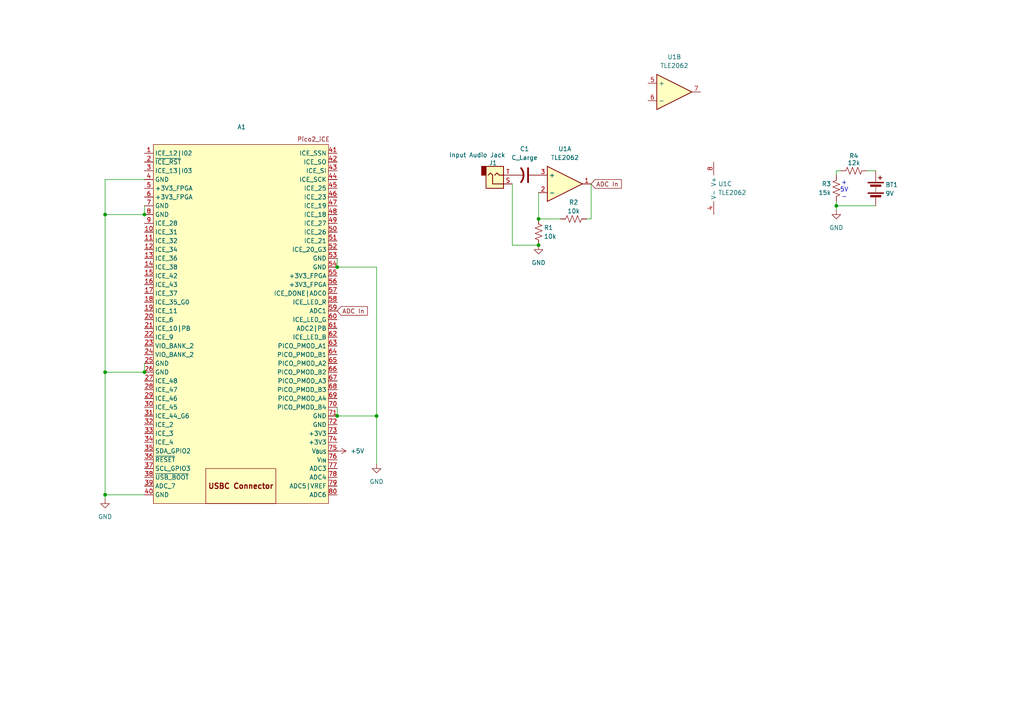
<source format=kicad_sch>
(kicad_sch (version 20250114) (generator "eeschema") (generator_version "9.0")
  (paper "A4")
  (lib_symbols
    (symbol "Connector_Audio:NJ2FD-V"
      (property "Reference" "J" (at 0 8.89 0))
      (property "Value" "NJ2FD-V" (at 0 6.35 0))
      (symbol "NJ2FD-V_0_1"
        (rectangle (start -3.81 0) (end -2.54 -2.54) (stroke (width 0.254)) (fill (type outline)))
        (rectangle (start -2.54 3.81) (end 2.54 -2.54) (stroke (width 0.254)) (fill (type background)))
        (polyline (pts (xy 0 0) (xy 0.635 -0.635) (xy 1.27 0) (xy 2.54 0)) (stroke (width 0.254)))
        (polyline (pts (xy 2.54 2.54) (xy -0.635 2.54) (xy -0.635 0) (xy -1.27 -0.635) (xy -1.905 0)) (stroke (width 0.254)))
      )
      (symbol "NJ2FD-V_1_1"
        (pin passive line (at 5.08 2.54 180) (length 2.54) (name "~") (number "S"))
        (pin passive line (at 5.08 0 180) (length 2.54) (name "~") (number "T"))
      )
    )
    (symbol "Device:Battery" (pin_numbers (hide yes)) (pin_names (offset 0) (hide yes))
      (property "Reference" "BT" (at 2.54 2.54 0))
      (property "Value" "Battery" (at 2.54 0 0))
      (symbol "Battery_0_1"
        (rectangle (start -2.286 1.778) (end 2.286 1.524) (fill (type outline)))
        (rectangle (start -2.286 -1.27) (end 2.286 -1.524) (fill (type outline)))
        (rectangle (start -1.524 1.016) (end 1.524 0.508) (fill (type outline)))
        (rectangle (start -1.524 -2.032) (end 1.524 -2.54) (fill (type outline)))
        (polyline (pts (xy 0 1.778) (xy 0 2.54)))
        (polyline (pts (xy 0 0) (xy 0 0.254)))
        (polyline (pts (xy 0 -0.508) (xy 0 -0.254)))
        (polyline (pts (xy 0 -1.016) (xy 0 -0.762)))
        (polyline (pts (xy 0.762 3.048) (xy 1.778 3.048)) (stroke (width 0.254)))
        (polyline (pts (xy 1.27 3.556) (xy 1.27 2.54)) (stroke (width 0.254)))
      )
      (symbol "Battery_1_1"
        (pin passive line (at 0 5.08 270) (length 2.54) (name "+") (number "1"))
        (pin passive line (at 0 -5.08 90) (length 2.54) (name "-") (number "2"))
      )
    )
    (symbol "Device:C_US" (pin_numbers (hide yes)) (pin_names (offset 0.254) (hide yes))
      (property "Reference" "C" (at 0.635 2.54 0))
      (property "Value" "C_US" (at 0.635 -2.54 0))
      (symbol "C_US_0_1"
        (polyline (pts (xy -2.032 0.762) (xy 2.032 0.762)) (stroke (width 0.508)))
        (arc (start -2.032 -1.27) (mid 0 -0.5572) (end 2.032 -1.27) (stroke (width 0.508)))
      )
      (symbol "C_US_1_1"
        (pin passive line (at 0 3.81 270) (length 2.794) (name "~") (number "1"))
        (pin passive line (at 0 -3.81 90) (length 3.302) (name "~") (number "2"))
      )
    )
    (symbol "Device:Opamp_Dual"
      (property "Reference" "U" (at 0 5.08 0))
      (property "Value" "Opamp_Dual" (at 0 -5.08 0))
      (symbol "Opamp_Dual_1_1"
        (polyline (pts (xy -5.08 5.08) (xy 5.08 0) (xy -5.08 -5.08) (xy -5.08 5.08)) (stroke (width 0.254)) (fill (type background)))
        (pin input line (at -7.62 2.54 0) (length 2.54) (name "+") (number "3"))
        (pin input line (at -7.62 -2.54 0) (length 2.54) (name "-") (number "2"))
        (pin output line (at 7.62 0 180) (length 2.54) (name "~") (number "1"))
      )
      (symbol "Opamp_Dual_2_1"
        (polyline (pts (xy -5.08 5.08) (xy 5.08 0) (xy -5.08 -5.08) (xy -5.08 5.08)) (stroke (width 0.254)) (fill (type background)))
        (pin input line (at -7.62 2.54 0) (length 2.54) (name "+") (number "5"))
        (pin input line (at -7.62 -2.54 0) (length 2.54) (name "-") (number "6"))
        (pin output line (at 7.62 0 180) (length 2.54) (name "~") (number "7"))
      )
      (symbol "Opamp_Dual_3_1"
        (pin power_in line (at -2.54 7.62 270) (length 3.81) (name "V+") (number "8"))
        (pin power_in line (at -2.54 -7.62 90) (length 3.81) (name "V-") (number "4"))
      )
    )
    (symbol "Device:R_US" (pin_numbers (hide yes)) (pin_names (offset 0))
      (property "Reference" "R" (at 2.54 0 90))
      (property "Value" "R_US" (at -2.54 0 90))
      (symbol "R_US_0_1"
        (polyline (pts (xy 0 2.286) (xy 0 2.54)))
        (polyline (pts (xy 0 2.286) (xy 1.016 1.905) (xy 0 1.524) (xy -1.016 1.143) (xy 0 0.762)))
        (polyline (pts (xy 0 0.762) (xy 1.016 0.381) (xy 0 0) (xy -1.016 -0.381) (xy 0 -0.762)))
        (polyline (pts (xy 0 -0.762) (xy 1.016 -1.143) (xy 0 -1.524) (xy -1.016 -1.905) (xy 0 -2.286)))
        (polyline (pts (xy 0 -2.286) (xy 0 -2.54)))
      )
      (symbol "R_US_1_1"
        (pin passive line (at 0 3.81 270) (length 1.27) (name "~") (number "1"))
        (pin passive line (at 0 -3.81 90) (length 1.27) (name "~") (number "2"))
      )
    )
    (symbol "MCU_Module:Pico2_iCE"
      (property "Reference" "A" (at -24.638 51.308 0))
      (symbol "Pico2_iCE_1_1"
        (rectangle (start -25.4 49.53) (end 25.4 -54.61) (fill (type background)))
        (rectangle (start -10.16 -54.61) (end 10.16 -44.45))
        (text "USBC Connector" (at 0 -49.53 0) (effects (font (size 1.524 1.524) (thickness 0.3048) (bold yes))))
        (text "Pico2_iCE" (at 21.082 51.054 0) (effects (font (size 1.27 1.27))))
        (pin bidirectional line (at -27.94 46.99 0) (length 2.54) (name "ICE_12|I02") (number "1"))
        (pin input line (at -27.94 44.45 0) (length 2.54) (name "~{ICE_RST}") (number "2"))
        (pin bidirectional line (at -27.94 41.91 0) (length 2.54) (name "ICE_13|I03") (number "3"))
        (pin bidirectional line (at -27.94 39.37 0) (length 2.54) (name "GND") (number "4"))
        (pin output line (at -27.94 36.83 0) (length 2.54) (name "+3V3_FPGA") (number "5"))
        (pin output line (at -27.94 34.29 0) (length 2.54) (name "+3V3_FPGA") (number "6"))
        (pin bidirectional line (at -27.94 31.75 0) (length 2.54) (name "GND") (number "7"))
        (pin bidirectional line (at -27.94 29.21 0) (length 2.54) (name "GND") (number "8"))
        (pin bidirectional line (at -27.94 26.67 0) (length 2.54) (name "ICE_28") (number "9"))
        (pin bidirectional line (at -27.94 24.13 0) (length 2.54) (name "ICE_31") (number "10"))
        (pin bidirectional line (at -27.94 21.59 0) (length 2.54) (name "ICE_32") (number "11"))
        (pin bidirectional line (at -27.94 19.05 0) (length 2.54) (name "ICE_34") (number "12"))
        (pin bidirectional line (at -27.94 16.51 0) (length 2.54) (name "ICE_36") (number "13"))
        (pin bidirectional line (at -27.94 13.97 0) (length 2.54) (name "ICE_38") (number "14"))
        (pin bidirectional line (at -27.94 11.43 0) (length 2.54) (name "ICE_42") (number "15"))
        (pin bidirectional line (at -27.94 8.89 0) (length 2.54) (name "ICE_43") (number "16"))
        (pin bidirectional line (at -27.94 6.35 0) (length 2.54) (name "ICE_37") (number "17"))
        (pin bidirectional line (at -27.94 3.81 0) (length 2.54) (name "ICE_35_G0") (number "18"))
        (pin bidirectional line (at -27.94 1.27 0) (length 2.54) (name "ICE_11") (number "19"))
        (pin bidirectional line (at -27.94 -1.27 0) (length 2.54) (name "ICE_6") (number "20"))
        (pin bidirectional line (at -27.94 -3.81 0) (length 2.54) (name "ICE_10|PB") (number "21"))
        (pin bidirectional line (at -27.94 -6.35 0) (length 2.54) (name "ICE_9") (number "22"))
        (pin input line (at -27.94 -8.89 0) (length 2.54) (name "VIO_BANK_2") (number "23"))
        (pin input line (at -27.94 -11.43 0) (length 2.54) (name "VIO_BANK_2") (number "24"))
        (pin bidirectional line (at -27.94 -13.97 0) (length 2.54) (name "GND") (number "25"))
        (pin bidirectional line (at -27.94 -16.51 0) (length 2.54) (name "GND") (number "26"))
        (pin bidirectional line (at -27.94 -19.05 0) (length 2.54) (name "ICE_48") (number "27"))
        (pin bidirectional line (at -27.94 -21.59 0) (length 2.54) (name "ICE_47") (number "28"))
        (pin bidirectional line (at -27.94 -24.13 0) (length 2.54) (name "ICE_46") (number "29"))
        (pin bidirectional line (at -27.94 -26.67 0) (length 2.54) (name "ICE_45") (number "30"))
        (pin bidirectional line (at -27.94 -29.21 0) (length 2.54) (name "ICE_44_G6") (number "31"))
        (pin bidirectional line (at -27.94 -31.75 0) (length 2.54) (name "ICE_2") (number "32"))
        (pin bidirectional line (at -27.94 -34.29 0) (length 2.54) (name "ICE_3") (number "33"))
        (pin bidirectional line (at -27.94 -36.83 0) (length 2.54) (name "ICE_4") (number "34"))
        (pin bidirectional line (at -27.94 -39.37 0) (length 2.54) (name "SDA_GPIO2") (number "35"))
        (pin input line (at -27.94 -41.91 0) (length 2.54) (name "~{RESET}") (number "36"))
        (pin bidirectional line (at -27.94 -44.45 0) (length 2.54) (name "SCL_GPIO3") (number "37"))
        (pin input line (at -27.94 -46.99 0) (length 2.54) (name "~{USB_BOOT}") (number "38"))
        (pin input line (at -27.94 -49.53 0) (length 2.54) (name "ADC_7") (number "39"))
        (pin bidirectional line (at -27.94 -52.07 0) (length 2.54) (name "GND") (number "40"))
        (pin input line (at 27.94 46.99 180) (length 2.54) (name "ICE_SSN") (number "41"))
        (pin output line (at 27.94 44.45 180) (length 2.54) (name "ICE_SO") (number "42"))
        (pin input line (at 27.94 41.91 180) (length 2.54) (name "ICE_SI") (number "43"))
        (pin bidirectional line (at 27.94 39.37 180) (length 2.54) (name "ICE_SCK") (number "44"))
        (pin bidirectional line (at 27.94 36.83 180) (length 2.54) (name "ICE_25") (number "45"))
        (pin bidirectional line (at 27.94 34.29 180) (length 2.54) (name "ICE_23") (number "46"))
        (pin bidirectional line (at 27.94 31.75 180) (length 2.54) (name "ICE_19") (number "47"))
        (pin bidirectional line (at 27.94 29.21 180) (length 2.54) (name "ICE_18") (number "48"))
        (pin bidirectional line (at 27.94 26.67 180) (length 2.54) (name "ICE_27") (number "49"))
        (pin bidirectional line (at 27.94 24.13 180) (length 2.54) (name "ICE_26") (number "50"))
        (pin bidirectional line (at 27.94 21.59 180) (length 2.54) (name "ICE_21") (number "51"))
        (pin bidirectional line (at 27.94 19.05 180) (length 2.54) (name "ICE_20_G3") (number "52"))
        (pin bidirectional line (at 27.94 16.51 180) (length 2.54) (name "GND") (number "53"))
        (pin bidirectional line (at 27.94 13.97 180) (length 2.54) (name "GND") (number "54"))
        (pin output line (at 27.94 11.43 180) (length 2.54) (name "+3V3_FPGA") (number "55"))
        (pin output line (at 27.94 8.89 180) (length 2.54) (name "+3V3_FPGA") (number "56"))
        (pin bidirectional line (at 27.94 6.35 180) (length 2.54) (name "ICE_DONE|ADC0") (number "57"))
        (pin bidirectional line (at 27.94 3.81 180) (length 2.54) (name "ICE_LED_R") (number "58"))
        (pin input line (at 27.94 1.27 180) (length 2.54) (name "ADC1") (number "59"))
        (pin bidirectional line (at 27.94 -1.27 180) (length 2.54) (name "ICE_LED_G") (number "60"))
        (pin input line (at 27.94 -3.81 180) (length 2.54) (name "ADC2|PB") (number "61"))
        (pin bidirectional line (at 27.94 -6.35 180) (length 2.54) (name "ICE_LED_B") (number "62"))
        (pin bidirectional line (at 27.94 -8.89 180) (length 2.54) (name "PICO_PMOD_A1") (number "63"))
        (pin bidirectional line (at 27.94 -11.43 180) (length 2.54) (name "PICO_PMOD_B1") (number "64"))
        (pin bidirectional line (at 27.94 -13.97 180) (length 2.54) (name "PICO_PMOD_A2") (number "65"))
        (pin bidirectional line (at 27.94 -16.51 180) (length 2.54) (name "PICO_PMOD_B2") (number "66"))
        (pin bidirectional line (at 27.94 -19.05 180) (length 2.54) (name "PICO_PMOD_A3") (number "67"))
        (pin bidirectional line (at 27.94 -21.59 180) (length 2.54) (name "PICO_PMOD_B3") (number "68"))
        (pin bidirectional line (at 27.94 -24.13 180) (length 2.54) (name "PICO_PMOD_A4") (number "69"))
        (pin bidirectional line (at 27.94 -26.67 180) (length 2.54) (name "PICO_PMOD_B4") (number "70"))
        (pin bidirectional line (at 27.94 -29.21 180) (length 2.54) (name "GND") (number "71"))
        (pin bidirectional line (at 27.94 -31.75 180) (length 2.54) (name "GND") (number "72"))
        (pin output line (at 27.94 -34.29 180) (length 2.54) (name "+3V3") (number "73"))
        (pin output line (at 27.94 -36.83 180) (length 2.54) (name "+3V3") (number "74"))
        (pin bidirectional line (at 27.94 -39.37 180) (length 2.54) (name "V_{BUS}") (number "75"))
        (pin bidirectional line (at 27.94 -41.91 180) (length 2.54) (name "V_{IN}") (number "76"))
        (pin input line (at 27.94 -44.45 180) (length 2.54) (name "ADC3") (number "77"))
        (pin input line (at 27.94 -46.99 180) (length 2.54) (name "ADC4") (number "78"))
        (pin input line (at 27.94 -49.53 180) (length 2.54) (name "ADC5|VREF") (number "79"))
        (pin input line (at 27.94 -52.07 180) (length 2.54) (name "ADC6") (number "80"))
      )
    )
    (symbol "power:+5V" (power) (pin_numbers (hide yes)) (pin_names (offset 0) (hide yes))
      (property "Value" "+5V" (at 0 3.556 0))
      (symbol "+5V_0_1"
        (polyline (pts (xy -0.762 1.27) (xy 0 2.54)))
        (polyline (pts (xy 0 2.54) (xy 0.762 1.27)))
        (polyline (pts (xy 0 0) (xy 0 2.54)))
      )
      (symbol "+5V_1_1"
        (pin power_in line (at 0 0 90) (length 0) (name "~") (number "1"))
      )
    )
    (symbol "power:GND" (power) (pin_numbers (hide yes)) (pin_names (offset 0) (hide yes))
      (property "Value" "GND" (at 0 -3.81 0))
      (symbol "GND_0_1"
        (polyline (pts (xy 0 0) (xy 0 -1.27) (xy 1.27 -1.27) (xy 0 -2.54) (xy -1.27 -1.27) (xy 0 -1.27)))
      )
      (symbol "GND_1_1"
        (pin power_in line (at 0 0 270) (length 0) (name "~") (number "1"))
      )
    )
  )
  (text "+\n5V\n-" (at 244.856 55.118 0) (effects (font (size 1.27 1.27))))
  (junction (at 109.22 120.65))
  (junction (at 30.48 62.23))
  (junction (at 41.91 107.95))
  (junction (at 97.79 120.65))
  (junction (at 156.21 63.5))
  (junction (at 156.21 71.12))
  (junction (at 242.57 59.69))
  (junction (at 97.79 77.47))
  (junction (at 41.91 62.23))
  (junction (at 30.48 143.51))
  (junction (at 30.48 107.95))
  (wire (pts (xy 97.79 118.11) (xy 97.79 120.65)))
  (wire (pts (xy 148.59 53.34) (xy 148.59 71.12)))
  (wire (pts (xy 148.59 71.12) (xy 156.21 71.12)))
  (wire (pts (xy 97.79 120.65) (xy 109.22 120.65)))
  (wire (pts (xy 243.84 49.53) (xy 242.57 49.53)))
  (wire (pts (xy 30.48 107.95) (xy 30.48 143.51)))
  (wire (pts (xy 41.91 62.23) (xy 30.48 62.23)))
  (wire (pts (xy 41.91 105.41) (xy 41.91 107.95)))
  (wire (pts (xy 109.22 77.47) (xy 109.22 120.65)))
  (wire (pts (xy 30.48 52.07) (xy 30.48 62.23)))
  (wire (pts (xy 242.57 58.42) (xy 242.57 59.69)))
  (wire (pts (xy 251.46 49.53) (xy 254 49.53)))
  (wire (pts (xy 41.91 59.69) (xy 41.91 62.23)))
  (wire (pts (xy 41.91 107.95) (xy 30.48 107.95)))
  (wire (pts (xy 156.21 55.88) (xy 156.21 63.5)))
  (wire (pts (xy 171.45 53.34) (xy 171.45 63.5)))
  (wire (pts (xy 41.91 52.07) (xy 30.48 52.07)))
  (wire (pts (xy 97.79 77.47) (xy 109.22 77.47)))
  (wire (pts (xy 156.21 63.5) (xy 162.56 63.5)))
  (wire (pts (xy 41.91 143.51) (xy 30.48 143.51)))
  (wire (pts (xy 30.48 143.51) (xy 30.48 144.78)))
  (wire (pts (xy 109.22 120.65) (xy 109.22 134.62)))
  (wire (pts (xy 97.79 74.93) (xy 97.79 77.47)))
  (wire (pts (xy 30.48 62.23) (xy 30.48 107.95)))
  (wire (pts (xy 171.45 63.5) (xy 170.18 63.5)))
  (wire (pts (xy 242.57 59.69) (xy 242.57 60.96)))
  (wire (pts (xy 242.57 59.69) (xy 254 59.69)))
  (wire (pts (xy 242.57 49.53) (xy 242.57 50.8)))
  (global_label "ADC In" (shape input) (at 171.45 53.34 0) (property "Intersheetrefs" "${INTERSHEET_REFS}" (effects (hide yes))))
  (global_label "ADC In" (shape input) (at 97.79 90.17 0) (property "Intersheetrefs" "${INTERSHEET_REFS}" (effects (hide yes))))
  (symbol (lib_id "MCU_Module:Pico2_iCE") (at 69.85 91.44 0) (unit 1)
    (property "Reference" "A1" (at 70.0749 36.83 0))
  )
  (symbol (lib_id "power:GND") (at 30.48 144.78 0) (unit 1)
    (property "Reference" "#PWR02" (effects (hide yes)))
    (property "Value" "GND" (at 30.48 149.86 0))
    (property "Description" "Power symbol creates a global label with name \"GND\" , ground" (effects (hide yes)))
  )
  (symbol (lib_id "power:GND") (at 156.21 71.12 0) (unit 1)
    (property "Reference" "#PWR03" (effects (hide yes)))
    (property "Value" "GND" (at 156.21 76.2 0))
    (property "Description" "Power symbol creates a global label with name \"GND\" , ground" (effects (hide yes)))
  )
  (symbol (lib_id "Device:Opamp_Dual") (at 195.58 26.67 0) (unit 2)
    (property "Reference" "U1" (at 195.58 16.51 0))
    (property "Value" "TLE2062" (at 195.58 19.05 0))
    (property "Datasheet" "https://www.ti.com/lit/ds/symlink/tle2062.pdf?ts=1762216274665&ref_url=https%253A%252F%252Fwww.ti.com%252Fproduct%252FTLE2062%252Fpart-details%252FTLE2062CP" (effects (hide yes)))
    (property "Description" "Dual, 36-V, 2-MHz, In to V+, JFET-input operational amplifier" (effects (hide yes)))
    (property "Sim.Library" "${KICAD9_SYMBOL_DIR}/Simulation_SPICE.sp" (effects (hide yes)))
    (property "Sim.Name" "kicad_builtin_opamp_dual" (effects (hide yes)))
    (property "Sim.Device" "SUBCKT" (effects (hide yes)))
    (property "Sim.Pins" "1=out1 2=in1- 3=in1+ 4=vee 5=in2+ 6=in2- 7=out2 8=vcc" (effects (hide yes)))
  )
  (symbol (lib_id "Device:Opamp_Dual") (at 209.55 54.61 0) (unit 3)
    (property "Reference" "U1" (at 208.28 53.3399 0) (effects (justify left)))
    (property "Value" "TLE2062" (at 208.28 55.8799 0) (effects (justify left)))
    (property "Datasheet" "https://www.ti.com/lit/ds/symlink/tle2062.pdf?ts=1762216274665&ref_url=https%253A%252F%252Fwww.ti.com%252Fproduct%252FTLE2062%252Fpart-details%252FTLE2062CP" (effects (hide yes)))
    (property "Description" "Dual, 36-V, 2-MHz, In to V+, JFET-input operational amplifier" (effects (hide yes)))
    (property "Sim.Library" "${KICAD9_SYMBOL_DIR}/Simulation_SPICE.sp" (effects (hide yes)))
    (property "Sim.Name" "kicad_builtin_opamp_dual" (effects (hide yes)))
    (property "Sim.Device" "SUBCKT" (effects (hide yes)))
    (property "Sim.Pins" "1=out1 2=in1- 3=in1+ 4=vee 5=in2+ 6=in2- 7=out2 8=vcc" (effects (hide yes)))
  )
  (symbol (lib_id "Device:R_US") (at 166.37 63.5 90) (unit 1)
    (property "Reference" "R2" (at 166.37 58.674 90))
    (property "Value" "10k" (at 166.37 61.214 90))
    (property "Description" "Resistor, US symbol" (effects (hide yes)))
  )
  (symbol (lib_id "power:GND") (at 242.57 60.96 0) (unit 1)
    (property "Reference" "#PWR04" (effects (hide yes)))
    (property "Value" "GND" (at 242.57 66.04 0))
    (property "Description" "Power symbol creates a global label with name \"GND\" , ground" (effects (hide yes)))
  )
  (symbol (lib_id "Device:C_US") (at 152.4 50.8 270) (unit 1)
    (property "Reference" "C1" (at 152.146 43.18 90))
    (property "Value" "C_Large" (at 152.146 45.72 90))
    (property "Description" "capacitor, US symbol" (effects (hide yes)))
  )
  (symbol (lib_id "Device:R_US") (at 242.57 54.61 0) (mirror y) (unit 1)
    (property "Reference" "R3" (at 241.046 53.34 0) (effects (justify left)))
    (property "Value" "15k" (at 241.046 55.88 0) (effects (justify left)))
    (property "Description" "Resistor, US symbol" (effects (hide yes)))
  )
  (symbol (lib_id "power:+5V") (at 97.79 130.81 270) (unit 1)
    (property "Reference" "#PWR05" (effects (hide yes)))
    (property "Value" "+5V" (at 101.6 130.8099 90) (effects (justify left)))
    (property "Description" "Power symbol creates a global label with name \"+5V\"" (effects (hide yes)))
  )
  (symbol (lib_id "Connector_Audio:NJ2FD-V") (at 143.51 50.8 0) (mirror x) (unit 1)
    (property "Reference" "J1" (at 143.002 47.244 0))
    (property "Value" "Input Audio Jack" (at 138.43 44.958 0))
    (property "Footprint" "Connector_Audio:Jack_6.35mm" (effects (hide yes)))
    (property "Description" "6.35mm (1/4 in), Non-switching mono jack (T/S)" (effects (hide yes)))
  )
  (symbol (lib_id "Device:Opamp_Dual") (at 163.83 53.34 0) (unit 1)
    (property "Reference" "U1" (at 163.83 43.18 0))
    (property "Value" "TLE2062" (at 163.83 45.72 0))
    (property "Datasheet" "https://www.ti.com/lit/ds/symlink/tle2062.pdf?ts=1762216274665&ref_url=https%253A%252F%252Fwww.ti.com%252Fproduct%252FTLE2062%252Fpart-details%252FTLE2062CP" (effects (hide yes)))
    (property "Description" "Dual, 36-V, 2-MHz, In to V+, JFET-input operational amplifier" (effects (hide yes)))
    (property "Sim.Library" "${KICAD9_SYMBOL_DIR}/Simulation_SPICE.sp" (effects (hide yes)))
    (property "Sim.Name" "kicad_builtin_opamp_dual" (effects (hide yes)))
    (property "Sim.Device" "SUBCKT" (effects (hide yes)))
    (property "Sim.Pins" "1=out1 2=in1- 3=in1+ 4=vee 5=in2+ 6=in2- 7=out2 8=vcc" (effects (hide yes)))
  )
  (symbol (lib_id "Device:R_US") (at 156.21 67.31 0) (unit 1)
    (property "Reference" "R1" (at 157.734 66.04 0) (effects (justify left)))
    (property "Value" "10k" (at 157.734 68.58 0) (effects (justify left)))
    (property "Description" "Resistor, US symbol" (effects (hide yes)))
  )
  (symbol (lib_id "Device:R_US") (at 247.65 49.53 90) (unit 1)
    (property "Reference" "R4" (at 247.65 45.212 90))
    (property "Value" "12k" (at 247.65 47.244 90))
    (property "Description" "Resistor, US symbol" (effects (hide yes)))
  )
  (symbol (lib_id "Device:Battery") (at 254 54.61 0) (unit 1)
    (property "Reference" "BT1" (at 256.794 53.594 0) (effects (justify left)))
    (property "Value" "9V" (at 256.794 56.134 0) (effects (justify left)))
    (property "Description" "Multiple-cell battery" (effects (hide yes)))
  )
  (symbol (lib_id "power:GND") (at 109.22 134.62 0) (unit 1)
    (property "Reference" "#PWR01" (effects (hide yes)))
    (property "Value" "GND" (at 109.22 139.7 0))
    (property "Description" "Power symbol creates a global label with name \"GND\" , ground" (effects (hide yes)))
  )
)
</source>
